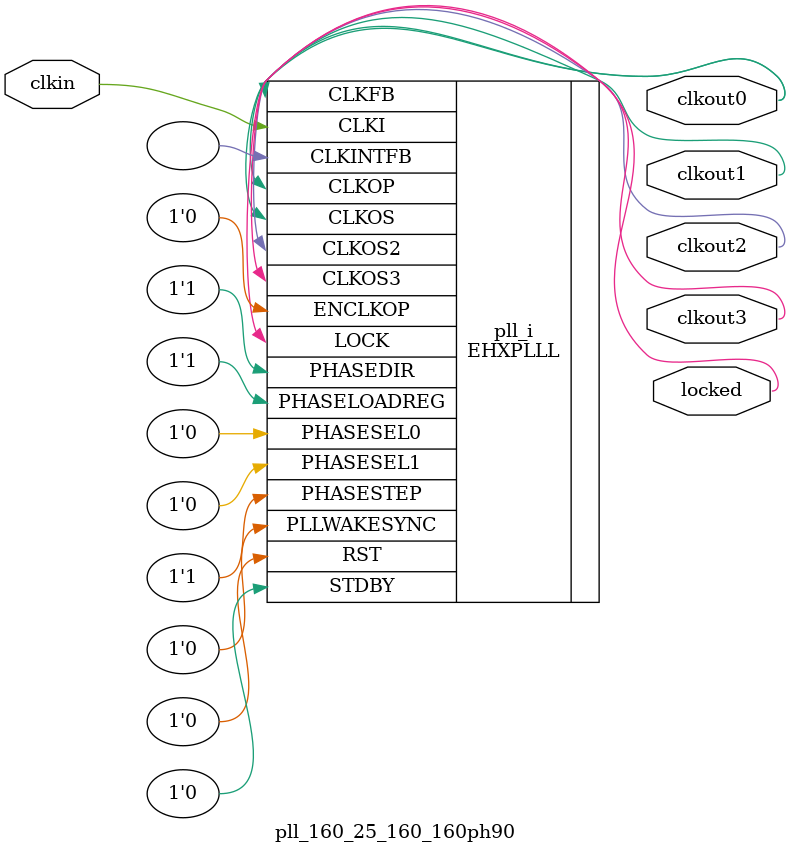
<source format=v>
module pll_160_25_160_160ph90
(
    input clkin, // 25 MHz, 0 deg
    output clkout0, // 160 MHz, 0 deg
    output clkout1, // 25.6 MHz, 0 deg
    output clkout2, // 160 MHz, 0 deg
    output clkout3, // 160 MHz, 90 deg
    output locked
);
(* FREQUENCY_PIN_CLKI="25" *)
(* FREQUENCY_PIN_CLKOP="160" *)
(* FREQUENCY_PIN_CLKOS="25.6" *)
(* FREQUENCY_PIN_CLKOS2="160" *)
(* FREQUENCY_PIN_CLKOS3="160" *)
(* ICP_CURRENT="12" *) (* LPF_RESISTOR="8" *) (* MFG_ENABLE_FILTEROPAMP="1" *) (* MFG_GMCREF_SEL="2" *)
EHXPLLL #(
        .PLLRST_ENA("DISABLED"),
        .INTFB_WAKE("DISABLED"),
        .STDBY_ENABLE("DISABLED"),
        .DPHASE_SOURCE("DISABLED"),
        .OUTDIVIDER_MUXA("DIVA"),
        .OUTDIVIDER_MUXB("DIVB"),
        .OUTDIVIDER_MUXC("DIVC"),
        .OUTDIVIDER_MUXD("DIVD"),
        .CLKI_DIV(5),
        .CLKOP_ENABLE("ENABLED"),
        .CLKOP_DIV(4),
        .CLKOP_CPHASE(2),
        .CLKOP_FPHASE(0),
        .CLKOS_ENABLE("ENABLED"),
        .CLKOS_DIV(25),
        .CLKOS_CPHASE(2),
        .CLKOS_FPHASE(0),
        .CLKOS2_ENABLE("ENABLED"),
        .CLKOS2_DIV(4),
        .CLKOS2_CPHASE(2),
        .CLKOS2_FPHASE(0),
        .CLKOS3_ENABLE("ENABLED"),
        .CLKOS3_DIV(4),
        .CLKOS3_CPHASE(3),
        .CLKOS3_FPHASE(0),
        .FEEDBK_PATH("CLKOP"),
        .CLKFB_DIV(32)
    ) pll_i (
        .RST(1'b0),
        .STDBY(1'b0),
        .CLKI(clkin),
        .CLKOP(clkout0),
        .CLKOS(clkout1),
        .CLKOS2(clkout2),
        .CLKOS3(clkout3),
        .CLKFB(clkout0),
        .CLKINTFB(),
        .PHASESEL0(1'b0),
        .PHASESEL1(1'b0),
        .PHASEDIR(1'b1),
        .PHASESTEP(1'b1),
        .PHASELOADREG(1'b1),
        .PLLWAKESYNC(1'b0),
        .ENCLKOP(1'b0),
        .LOCK(locked)
	);
endmodule

</source>
